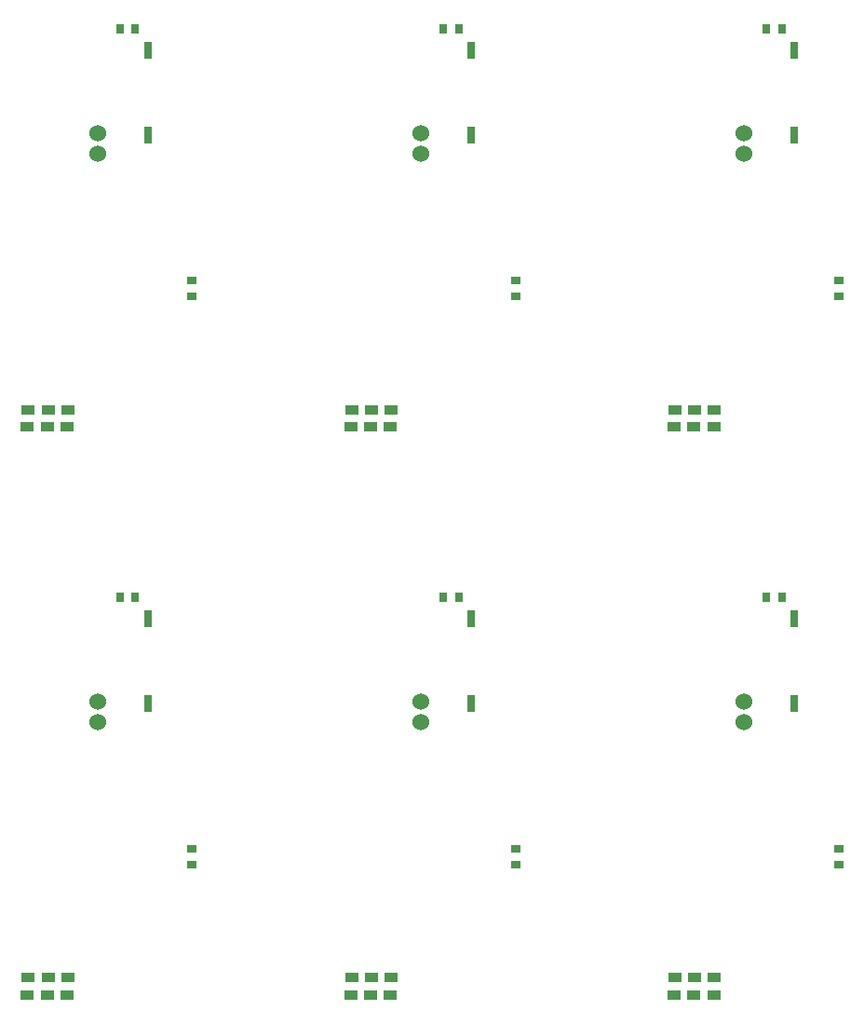
<source format=gbp>
G04*
G04 #@! TF.GenerationSoftware,Altium Limited,Altium Designer,19.0.10 (269)*
G04*
G04 Layer_Color=128*
%FSLAX25Y25*%
%MOIN*%
G70*
G01*
G75*
%ADD13R,0.03150X0.03543*%
%ADD14R,0.03543X0.03150*%
%ADD40C,0.06000*%
%ADD49R,0.03150X0.06000*%
%ADD50R,0.04921X0.03347*%
D13*
X182159Y265425D02*
D03*
X176647D02*
D03*
X297907D02*
D03*
X292395D02*
D03*
X413655D02*
D03*
X408143D02*
D03*
X182159Y468673D02*
D03*
X176647D02*
D03*
X297907D02*
D03*
X292395D02*
D03*
X413655D02*
D03*
X408143D02*
D03*
D14*
X202453Y169819D02*
D03*
Y175331D02*
D03*
X318201Y169819D02*
D03*
Y175331D02*
D03*
X433949Y169819D02*
D03*
Y175331D02*
D03*
X202453Y373067D02*
D03*
Y378579D02*
D03*
X318201Y373067D02*
D03*
Y378579D02*
D03*
X433949Y373067D02*
D03*
Y378579D02*
D03*
D40*
X168653Y228025D02*
D03*
Y220725D02*
D03*
X284401Y228025D02*
D03*
Y220725D02*
D03*
X400149Y228025D02*
D03*
Y220725D02*
D03*
X168653Y431273D02*
D03*
Y423973D02*
D03*
X284401Y431273D02*
D03*
Y423973D02*
D03*
X400149Y431273D02*
D03*
Y423973D02*
D03*
D49*
X186535Y257832D02*
D03*
Y227320D02*
D03*
X302283Y257832D02*
D03*
Y227320D02*
D03*
X418031Y257832D02*
D03*
Y227320D02*
D03*
X186535Y461080D02*
D03*
Y430568D02*
D03*
X302283Y461080D02*
D03*
Y430568D02*
D03*
X418031Y461080D02*
D03*
Y430568D02*
D03*
D50*
X150853Y129225D02*
D03*
X143766D02*
D03*
X157953D02*
D03*
X150596Y123125D02*
D03*
X143509D02*
D03*
X157696D02*
D03*
X266601Y129225D02*
D03*
X259514D02*
D03*
X273701D02*
D03*
X266344Y123125D02*
D03*
X259258D02*
D03*
X273444D02*
D03*
X382349Y129225D02*
D03*
X375262D02*
D03*
X389449D02*
D03*
X382092Y123125D02*
D03*
X375006D02*
D03*
X389192D02*
D03*
X150853Y332473D02*
D03*
X143766D02*
D03*
X157953D02*
D03*
X150596Y326373D02*
D03*
X143509D02*
D03*
X157696D02*
D03*
X266601Y332473D02*
D03*
X259514D02*
D03*
X273701D02*
D03*
X266344Y326373D02*
D03*
X259258D02*
D03*
X273444D02*
D03*
X382349Y332473D02*
D03*
X375262D02*
D03*
X389449D02*
D03*
X382092Y326373D02*
D03*
X375006D02*
D03*
X389192D02*
D03*
M02*

</source>
